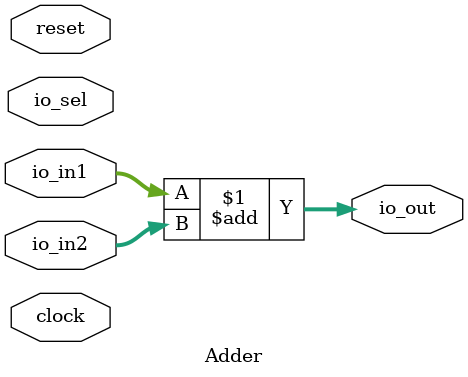
<source format=v>
module Adder(
  input        clock,
  input        reset,
  input  [5:0] io_in1,
  input  [5:0] io_in2,
  output [5:0] io_out,
  input        io_sel
);
  assign io_out = io_in1 + io_in2; // @[Main.scala 22:26]
endmodule

</source>
